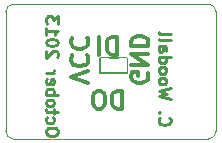
<source format=gbo>
G04 (created by PCBNEW (2013-07-07 BZR 4022)-stable) date 10/22/2013 11:34:47 AM*
%MOIN*%
G04 Gerber Fmt 3.4, Leading zero omitted, Abs format*
%FSLAX34Y34*%
G01*
G70*
G90*
G04 APERTURE LIST*
%ADD10C,0.00590551*%
%ADD11C,0.011811*%
%ADD12C,0.01*%
%ADD13C,0.00393701*%
%ADD14C,0.005*%
%ADD15R,0.055X0.055*%
%ADD16C,0.055*%
%ADD17C,0.1*%
%ADD18R,0.025X0.045*%
G04 APERTURE END LIST*
G54D10*
G54D11*
X20723Y-11049D02*
X20751Y-11106D01*
X20751Y-11190D01*
X20723Y-11274D01*
X20667Y-11331D01*
X20610Y-11359D01*
X20498Y-11387D01*
X20414Y-11387D01*
X20301Y-11359D01*
X20245Y-11331D01*
X20189Y-11274D01*
X20160Y-11190D01*
X20160Y-11134D01*
X20189Y-11049D01*
X20217Y-11021D01*
X20414Y-11021D01*
X20414Y-11134D01*
X20160Y-10768D02*
X20751Y-10768D01*
X20160Y-10431D01*
X20751Y-10431D01*
X20160Y-10150D02*
X20751Y-10150D01*
X20751Y-10009D01*
X20723Y-9925D01*
X20667Y-9868D01*
X20610Y-9840D01*
X20498Y-9812D01*
X20414Y-9812D01*
X20301Y-9840D01*
X20245Y-9868D01*
X20189Y-9925D01*
X20160Y-10009D01*
X20160Y-10150D01*
X19695Y-10439D02*
X19695Y-9848D01*
X19554Y-9848D01*
X19470Y-9876D01*
X19414Y-9932D01*
X19385Y-9989D01*
X19357Y-10101D01*
X19357Y-10185D01*
X19385Y-10298D01*
X19414Y-10354D01*
X19470Y-10410D01*
X19554Y-10439D01*
X19695Y-10439D01*
X19104Y-10439D02*
X19104Y-9848D01*
X19864Y-12239D02*
X19864Y-11648D01*
X19723Y-11648D01*
X19639Y-11676D01*
X19582Y-11732D01*
X19554Y-11789D01*
X19526Y-11901D01*
X19526Y-11985D01*
X19554Y-12098D01*
X19582Y-12154D01*
X19639Y-12210D01*
X19723Y-12239D01*
X19864Y-12239D01*
X19160Y-11648D02*
X19048Y-11648D01*
X18992Y-11676D01*
X18935Y-11732D01*
X18907Y-11845D01*
X18907Y-12042D01*
X18935Y-12154D01*
X18992Y-12210D01*
X19048Y-12239D01*
X19160Y-12239D01*
X19217Y-12210D01*
X19273Y-12154D01*
X19301Y-12042D01*
X19301Y-11845D01*
X19273Y-11732D01*
X19217Y-11676D01*
X19160Y-11648D01*
X18751Y-11387D02*
X18160Y-11190D01*
X18751Y-10993D01*
X18217Y-10459D02*
X18189Y-10487D01*
X18160Y-10571D01*
X18160Y-10628D01*
X18189Y-10712D01*
X18245Y-10768D01*
X18301Y-10796D01*
X18414Y-10824D01*
X18498Y-10824D01*
X18610Y-10796D01*
X18667Y-10768D01*
X18723Y-10712D01*
X18751Y-10628D01*
X18751Y-10571D01*
X18723Y-10487D01*
X18695Y-10459D01*
X18217Y-9868D02*
X18189Y-9896D01*
X18160Y-9981D01*
X18160Y-10037D01*
X18189Y-10121D01*
X18245Y-10178D01*
X18301Y-10206D01*
X18414Y-10234D01*
X18498Y-10234D01*
X18610Y-10206D01*
X18667Y-10178D01*
X18723Y-10121D01*
X18751Y-10037D01*
X18751Y-9981D01*
X18723Y-9896D01*
X18695Y-9868D01*
G54D12*
X17738Y-13047D02*
X17738Y-12971D01*
X17719Y-12933D01*
X17680Y-12895D01*
X17604Y-12876D01*
X17471Y-12876D01*
X17395Y-12895D01*
X17357Y-12933D01*
X17338Y-12971D01*
X17338Y-13047D01*
X17357Y-13085D01*
X17395Y-13123D01*
X17471Y-13142D01*
X17604Y-13142D01*
X17680Y-13123D01*
X17719Y-13085D01*
X17738Y-13047D01*
X17357Y-12533D02*
X17338Y-12571D01*
X17338Y-12647D01*
X17357Y-12685D01*
X17376Y-12704D01*
X17414Y-12723D01*
X17528Y-12723D01*
X17566Y-12704D01*
X17585Y-12685D01*
X17604Y-12647D01*
X17604Y-12571D01*
X17585Y-12533D01*
X17604Y-12419D02*
X17604Y-12266D01*
X17738Y-12361D02*
X17395Y-12361D01*
X17357Y-12342D01*
X17338Y-12304D01*
X17338Y-12266D01*
X17338Y-12076D02*
X17357Y-12114D01*
X17376Y-12133D01*
X17414Y-12152D01*
X17528Y-12152D01*
X17566Y-12133D01*
X17585Y-12114D01*
X17604Y-12076D01*
X17604Y-12019D01*
X17585Y-11980D01*
X17566Y-11961D01*
X17528Y-11942D01*
X17414Y-11942D01*
X17376Y-11961D01*
X17357Y-11980D01*
X17338Y-12019D01*
X17338Y-12076D01*
X17338Y-11771D02*
X17738Y-11771D01*
X17585Y-11771D02*
X17604Y-11733D01*
X17604Y-11657D01*
X17585Y-11619D01*
X17566Y-11600D01*
X17528Y-11580D01*
X17414Y-11580D01*
X17376Y-11600D01*
X17357Y-11619D01*
X17338Y-11657D01*
X17338Y-11733D01*
X17357Y-11771D01*
X17357Y-11257D02*
X17338Y-11295D01*
X17338Y-11371D01*
X17357Y-11409D01*
X17395Y-11428D01*
X17547Y-11428D01*
X17585Y-11409D01*
X17604Y-11371D01*
X17604Y-11295D01*
X17585Y-11257D01*
X17547Y-11238D01*
X17509Y-11238D01*
X17471Y-11428D01*
X17338Y-11066D02*
X17604Y-11066D01*
X17528Y-11066D02*
X17566Y-11047D01*
X17585Y-11028D01*
X17604Y-10990D01*
X17604Y-10952D01*
X17700Y-10533D02*
X17719Y-10514D01*
X17738Y-10476D01*
X17738Y-10380D01*
X17719Y-10342D01*
X17700Y-10323D01*
X17661Y-10304D01*
X17623Y-10304D01*
X17566Y-10323D01*
X17338Y-10552D01*
X17338Y-10304D01*
X17738Y-10057D02*
X17738Y-10019D01*
X17719Y-9980D01*
X17700Y-9961D01*
X17661Y-9942D01*
X17585Y-9923D01*
X17490Y-9923D01*
X17414Y-9942D01*
X17376Y-9961D01*
X17357Y-9980D01*
X17338Y-10019D01*
X17338Y-10057D01*
X17357Y-10095D01*
X17376Y-10114D01*
X17414Y-10133D01*
X17490Y-10152D01*
X17585Y-10152D01*
X17661Y-10133D01*
X17700Y-10114D01*
X17719Y-10095D01*
X17738Y-10057D01*
X17338Y-9542D02*
X17338Y-9771D01*
X17338Y-9657D02*
X17738Y-9657D01*
X17680Y-9695D01*
X17642Y-9733D01*
X17623Y-9771D01*
X17738Y-9409D02*
X17738Y-9161D01*
X17585Y-9295D01*
X17585Y-9238D01*
X17566Y-9200D01*
X17547Y-9180D01*
X17509Y-9161D01*
X17414Y-9161D01*
X17376Y-9180D01*
X17357Y-9200D01*
X17338Y-9238D01*
X17338Y-9352D01*
X17357Y-9390D01*
X17376Y-9409D01*
X21126Y-12535D02*
X21107Y-12554D01*
X21088Y-12611D01*
X21088Y-12650D01*
X21107Y-12707D01*
X21145Y-12745D01*
X21183Y-12764D01*
X21259Y-12783D01*
X21316Y-12783D01*
X21392Y-12764D01*
X21430Y-12745D01*
X21469Y-12707D01*
X21488Y-12650D01*
X21488Y-12611D01*
X21469Y-12554D01*
X21450Y-12535D01*
X21126Y-12364D02*
X21107Y-12345D01*
X21088Y-12364D01*
X21107Y-12383D01*
X21126Y-12364D01*
X21088Y-12364D01*
X21488Y-11907D02*
X21088Y-11811D01*
X21373Y-11735D01*
X21088Y-11659D01*
X21488Y-11564D01*
X21088Y-11354D02*
X21107Y-11392D01*
X21126Y-11411D01*
X21164Y-11430D01*
X21278Y-11430D01*
X21316Y-11411D01*
X21335Y-11392D01*
X21354Y-11354D01*
X21354Y-11297D01*
X21335Y-11259D01*
X21316Y-11240D01*
X21278Y-11221D01*
X21164Y-11221D01*
X21126Y-11240D01*
X21107Y-11259D01*
X21088Y-11297D01*
X21088Y-11354D01*
X21088Y-10992D02*
X21107Y-11030D01*
X21126Y-11049D01*
X21164Y-11069D01*
X21278Y-11069D01*
X21316Y-11049D01*
X21335Y-11030D01*
X21354Y-10992D01*
X21354Y-10935D01*
X21335Y-10897D01*
X21316Y-10878D01*
X21278Y-10859D01*
X21164Y-10859D01*
X21126Y-10878D01*
X21107Y-10897D01*
X21088Y-10935D01*
X21088Y-10992D01*
X21088Y-10516D02*
X21488Y-10516D01*
X21107Y-10516D02*
X21088Y-10554D01*
X21088Y-10630D01*
X21107Y-10669D01*
X21126Y-10688D01*
X21164Y-10707D01*
X21278Y-10707D01*
X21316Y-10688D01*
X21335Y-10669D01*
X21354Y-10630D01*
X21354Y-10554D01*
X21335Y-10516D01*
X21088Y-10154D02*
X21297Y-10154D01*
X21335Y-10173D01*
X21354Y-10211D01*
X21354Y-10288D01*
X21335Y-10326D01*
X21107Y-10154D02*
X21088Y-10192D01*
X21088Y-10288D01*
X21107Y-10326D01*
X21145Y-10345D01*
X21183Y-10345D01*
X21221Y-10326D01*
X21240Y-10288D01*
X21240Y-10192D01*
X21259Y-10154D01*
X21088Y-9907D02*
X21107Y-9945D01*
X21145Y-9964D01*
X21488Y-9964D01*
X21088Y-9697D02*
X21107Y-9735D01*
X21145Y-9754D01*
X21488Y-9754D01*
G54D13*
X16000Y-13000D02*
G75*
G03X16250Y-13250I250J0D01*
G74*
G01*
X16250Y-8750D02*
G75*
G03X16000Y-9000I0J-250D01*
G74*
G01*
X23000Y-9000D02*
G75*
G03X22750Y-8750I-250J0D01*
G74*
G01*
X22750Y-13250D02*
G75*
G03X23000Y-13000I0J250D01*
G74*
G01*
X16250Y-13250D02*
X22750Y-13250D01*
X22750Y-8750D02*
X16250Y-8750D01*
X23000Y-13000D02*
X23000Y-9000D01*
X23000Y-11000D02*
X23000Y-13000D01*
X16000Y-13000D02*
X16000Y-9000D01*
X16000Y-9250D02*
X16000Y-13000D01*
X16000Y-11000D02*
X16000Y-9250D01*
G54D14*
X19150Y-11050D02*
X20050Y-11050D01*
X20050Y-11050D02*
X20050Y-10550D01*
X20050Y-10550D02*
X19150Y-10550D01*
X19150Y-10550D02*
X19150Y-11050D01*
%LPC*%
G54D15*
X18500Y-12750D03*
G54D16*
X19500Y-12750D03*
X20500Y-12750D03*
G54D15*
X18500Y-9250D03*
G54D16*
X19500Y-9250D03*
X20500Y-9250D03*
G54D17*
X16750Y-11000D03*
X22250Y-11000D03*
G54D18*
X19300Y-10800D03*
X19900Y-10800D03*
M02*

</source>
